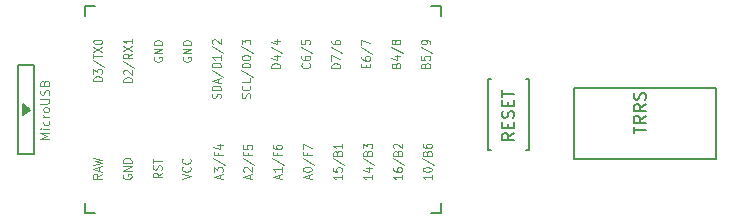
<source format=gbr>
%TF.GenerationSoftware,KiCad,Pcbnew,7.0.1-0*%
%TF.CreationDate,2023-08-16T18:45:31+09:00*%
%TF.ProjectId,jisaku20_right,6a697361-6b75-4323-905f-72696768742e,rev?*%
%TF.SameCoordinates,Original*%
%TF.FileFunction,Legend,Top*%
%TF.FilePolarity,Positive*%
%FSLAX46Y46*%
G04 Gerber Fmt 4.6, Leading zero omitted, Abs format (unit mm)*
G04 Created by KiCad (PCBNEW 7.0.1-0) date 2023-08-16 18:45:31*
%MOMM*%
%LPD*%
G01*
G04 APERTURE LIST*
%ADD10C,0.125000*%
%ADD11C,0.120000*%
%ADD12C,0.150000*%
G04 APERTURE END LIST*
D10*
%TO.C,U1*%
X20800678Y23485924D02*
X20764964Y23422114D01*
X20764964Y23422114D02*
X20764964Y23326400D01*
X20764964Y23326400D02*
X20800678Y23230686D01*
X20800678Y23230686D02*
X20872107Y23166876D01*
X20872107Y23166876D02*
X20943535Y23134971D01*
X20943535Y23134971D02*
X21086392Y23103067D01*
X21086392Y23103067D02*
X21193535Y23103067D01*
X21193535Y23103067D02*
X21336392Y23134971D01*
X21336392Y23134971D02*
X21407821Y23166876D01*
X21407821Y23166876D02*
X21479250Y23230686D01*
X21479250Y23230686D02*
X21514964Y23326400D01*
X21514964Y23326400D02*
X21514964Y23390209D01*
X21514964Y23390209D02*
X21479250Y23485924D01*
X21479250Y23485924D02*
X21443535Y23517828D01*
X21443535Y23517828D02*
X21193535Y23517828D01*
X21193535Y23517828D02*
X21193535Y23390209D01*
X21514964Y23804971D02*
X20764964Y23804971D01*
X20764964Y23804971D02*
X21514964Y24187828D01*
X21514964Y24187828D02*
X20764964Y24187828D01*
X21514964Y24506876D02*
X20764964Y24506876D01*
X20764964Y24506876D02*
X20764964Y24666400D01*
X20764964Y24666400D02*
X20800678Y24762114D01*
X20800678Y24762114D02*
X20872107Y24825924D01*
X20872107Y24825924D02*
X20943535Y24857829D01*
X20943535Y24857829D02*
X21086392Y24889733D01*
X21086392Y24889733D02*
X21193535Y24889733D01*
X21193535Y24889733D02*
X21336392Y24857829D01*
X21336392Y24857829D02*
X21407821Y24825924D01*
X21407821Y24825924D02*
X21479250Y24762114D01*
X21479250Y24762114D02*
X21514964Y24666400D01*
X21514964Y24666400D02*
X21514964Y24506876D01*
X26479250Y20023781D02*
X26514964Y20119495D01*
X26514964Y20119495D02*
X26514964Y20279019D01*
X26514964Y20279019D02*
X26479250Y20342828D01*
X26479250Y20342828D02*
X26443535Y20374733D01*
X26443535Y20374733D02*
X26372107Y20406638D01*
X26372107Y20406638D02*
X26300678Y20406638D01*
X26300678Y20406638D02*
X26229250Y20374733D01*
X26229250Y20374733D02*
X26193535Y20342828D01*
X26193535Y20342828D02*
X26157821Y20279019D01*
X26157821Y20279019D02*
X26122107Y20151400D01*
X26122107Y20151400D02*
X26086392Y20087590D01*
X26086392Y20087590D02*
X26050678Y20055685D01*
X26050678Y20055685D02*
X25979250Y20023781D01*
X25979250Y20023781D02*
X25907821Y20023781D01*
X25907821Y20023781D02*
X25836392Y20055685D01*
X25836392Y20055685D02*
X25800678Y20087590D01*
X25800678Y20087590D02*
X25764964Y20151400D01*
X25764964Y20151400D02*
X25764964Y20310923D01*
X25764964Y20310923D02*
X25800678Y20406638D01*
X26443535Y21076637D02*
X26479250Y21044733D01*
X26479250Y21044733D02*
X26514964Y20949018D01*
X26514964Y20949018D02*
X26514964Y20885209D01*
X26514964Y20885209D02*
X26479250Y20789495D01*
X26479250Y20789495D02*
X26407821Y20725685D01*
X26407821Y20725685D02*
X26336392Y20693780D01*
X26336392Y20693780D02*
X26193535Y20661876D01*
X26193535Y20661876D02*
X26086392Y20661876D01*
X26086392Y20661876D02*
X25943535Y20693780D01*
X25943535Y20693780D02*
X25872107Y20725685D01*
X25872107Y20725685D02*
X25800678Y20789495D01*
X25800678Y20789495D02*
X25764964Y20885209D01*
X25764964Y20885209D02*
X25764964Y20949018D01*
X25764964Y20949018D02*
X25800678Y21044733D01*
X25800678Y21044733D02*
X25836392Y21076637D01*
X26514964Y21682828D02*
X26514964Y21363780D01*
X26514964Y21363780D02*
X25764964Y21363780D01*
X25729250Y22384733D02*
X26693535Y21810447D01*
X26514964Y22608066D02*
X25764964Y22608066D01*
X25764964Y22608066D02*
X25764964Y22767590D01*
X25764964Y22767590D02*
X25800678Y22863304D01*
X25800678Y22863304D02*
X25872107Y22927114D01*
X25872107Y22927114D02*
X25943535Y22959019D01*
X25943535Y22959019D02*
X26086392Y22990923D01*
X26086392Y22990923D02*
X26193535Y22990923D01*
X26193535Y22990923D02*
X26336392Y22959019D01*
X26336392Y22959019D02*
X26407821Y22927114D01*
X26407821Y22927114D02*
X26479250Y22863304D01*
X26479250Y22863304D02*
X26514964Y22767590D01*
X26514964Y22767590D02*
X26514964Y22608066D01*
X25764964Y23405685D02*
X25764964Y23469495D01*
X25764964Y23469495D02*
X25800678Y23533304D01*
X25800678Y23533304D02*
X25836392Y23565209D01*
X25836392Y23565209D02*
X25907821Y23597114D01*
X25907821Y23597114D02*
X26050678Y23629019D01*
X26050678Y23629019D02*
X26229250Y23629019D01*
X26229250Y23629019D02*
X26372107Y23597114D01*
X26372107Y23597114D02*
X26443535Y23565209D01*
X26443535Y23565209D02*
X26479250Y23533304D01*
X26479250Y23533304D02*
X26514964Y23469495D01*
X26514964Y23469495D02*
X26514964Y23405685D01*
X26514964Y23405685D02*
X26479250Y23341876D01*
X26479250Y23341876D02*
X26443535Y23309971D01*
X26443535Y23309971D02*
X26372107Y23278066D01*
X26372107Y23278066D02*
X26229250Y23246162D01*
X26229250Y23246162D02*
X26050678Y23246162D01*
X26050678Y23246162D02*
X25907821Y23278066D01*
X25907821Y23278066D02*
X25836392Y23309971D01*
X25836392Y23309971D02*
X25800678Y23341876D01*
X25800678Y23341876D02*
X25764964Y23405685D01*
X25729250Y24394733D02*
X26693535Y23820447D01*
X25764964Y24554257D02*
X25764964Y24969019D01*
X25764964Y24969019D02*
X26050678Y24745685D01*
X26050678Y24745685D02*
X26050678Y24841400D01*
X26050678Y24841400D02*
X26086392Y24905209D01*
X26086392Y24905209D02*
X26122107Y24937114D01*
X26122107Y24937114D02*
X26193535Y24969019D01*
X26193535Y24969019D02*
X26372107Y24969019D01*
X26372107Y24969019D02*
X26443535Y24937114D01*
X26443535Y24937114D02*
X26479250Y24905209D01*
X26479250Y24905209D02*
X26514964Y24841400D01*
X26514964Y24841400D02*
X26514964Y24649971D01*
X26514964Y24649971D02*
X26479250Y24586162D01*
X26479250Y24586162D02*
X26443535Y24554257D01*
X41322107Y22805210D02*
X41357821Y22900924D01*
X41357821Y22900924D02*
X41393535Y22932829D01*
X41393535Y22932829D02*
X41464964Y22964733D01*
X41464964Y22964733D02*
X41572107Y22964733D01*
X41572107Y22964733D02*
X41643535Y22932829D01*
X41643535Y22932829D02*
X41679250Y22900924D01*
X41679250Y22900924D02*
X41714964Y22837114D01*
X41714964Y22837114D02*
X41714964Y22581876D01*
X41714964Y22581876D02*
X40964964Y22581876D01*
X40964964Y22581876D02*
X40964964Y22805210D01*
X40964964Y22805210D02*
X41000678Y22869019D01*
X41000678Y22869019D02*
X41036392Y22900924D01*
X41036392Y22900924D02*
X41107821Y22932829D01*
X41107821Y22932829D02*
X41179250Y22932829D01*
X41179250Y22932829D02*
X41250678Y22900924D01*
X41250678Y22900924D02*
X41286392Y22869019D01*
X41286392Y22869019D02*
X41322107Y22805210D01*
X41322107Y22805210D02*
X41322107Y22581876D01*
X40964964Y23570924D02*
X40964964Y23251876D01*
X40964964Y23251876D02*
X41322107Y23219972D01*
X41322107Y23219972D02*
X41286392Y23251876D01*
X41286392Y23251876D02*
X41250678Y23315686D01*
X41250678Y23315686D02*
X41250678Y23475210D01*
X41250678Y23475210D02*
X41286392Y23539019D01*
X41286392Y23539019D02*
X41322107Y23570924D01*
X41322107Y23570924D02*
X41393535Y23602829D01*
X41393535Y23602829D02*
X41572107Y23602829D01*
X41572107Y23602829D02*
X41643535Y23570924D01*
X41643535Y23570924D02*
X41679250Y23539019D01*
X41679250Y23539019D02*
X41714964Y23475210D01*
X41714964Y23475210D02*
X41714964Y23315686D01*
X41714964Y23315686D02*
X41679250Y23251876D01*
X41679250Y23251876D02*
X41643535Y23219972D01*
X40929250Y24368543D02*
X41893535Y23794257D01*
X41714964Y24623781D02*
X41714964Y24751400D01*
X41714964Y24751400D02*
X41679250Y24815210D01*
X41679250Y24815210D02*
X41643535Y24847114D01*
X41643535Y24847114D02*
X41536392Y24910924D01*
X41536392Y24910924D02*
X41393535Y24942829D01*
X41393535Y24942829D02*
X41107821Y24942829D01*
X41107821Y24942829D02*
X41036392Y24910924D01*
X41036392Y24910924D02*
X41000678Y24879019D01*
X41000678Y24879019D02*
X40964964Y24815210D01*
X40964964Y24815210D02*
X40964964Y24687591D01*
X40964964Y24687591D02*
X41000678Y24623781D01*
X41000678Y24623781D02*
X41036392Y24591876D01*
X41036392Y24591876D02*
X41107821Y24559972D01*
X41107821Y24559972D02*
X41286392Y24559972D01*
X41286392Y24559972D02*
X41357821Y24591876D01*
X41357821Y24591876D02*
X41393535Y24623781D01*
X41393535Y24623781D02*
X41429250Y24687591D01*
X41429250Y24687591D02*
X41429250Y24815210D01*
X41429250Y24815210D02*
X41393535Y24879019D01*
X41393535Y24879019D02*
X41357821Y24910924D01*
X41357821Y24910924D02*
X41286392Y24942829D01*
X23950678Y13210686D02*
X23950678Y13529733D01*
X24164964Y13146876D02*
X23414964Y13370209D01*
X23414964Y13370209D02*
X24164964Y13593543D01*
X23414964Y13753067D02*
X23414964Y14167829D01*
X23414964Y14167829D02*
X23700678Y13944495D01*
X23700678Y13944495D02*
X23700678Y14040210D01*
X23700678Y14040210D02*
X23736392Y14104019D01*
X23736392Y14104019D02*
X23772107Y14135924D01*
X23772107Y14135924D02*
X23843535Y14167829D01*
X23843535Y14167829D02*
X24022107Y14167829D01*
X24022107Y14167829D02*
X24093535Y14135924D01*
X24093535Y14135924D02*
X24129250Y14104019D01*
X24129250Y14104019D02*
X24164964Y14040210D01*
X24164964Y14040210D02*
X24164964Y13848781D01*
X24164964Y13848781D02*
X24129250Y13784972D01*
X24129250Y13784972D02*
X24093535Y13753067D01*
X23379250Y14933543D02*
X24343535Y14359257D01*
X23772107Y15380210D02*
X23772107Y15156876D01*
X24164964Y15156876D02*
X23414964Y15156876D01*
X23414964Y15156876D02*
X23414964Y15475924D01*
X23664964Y16018305D02*
X24164964Y16018305D01*
X23379250Y15858781D02*
X23914964Y15699258D01*
X23914964Y15699258D02*
X23914964Y16114019D01*
X16514964Y21377828D02*
X15764964Y21377828D01*
X15764964Y21377828D02*
X15764964Y21537352D01*
X15764964Y21537352D02*
X15800678Y21633066D01*
X15800678Y21633066D02*
X15872107Y21696876D01*
X15872107Y21696876D02*
X15943535Y21728781D01*
X15943535Y21728781D02*
X16086392Y21760685D01*
X16086392Y21760685D02*
X16193535Y21760685D01*
X16193535Y21760685D02*
X16336392Y21728781D01*
X16336392Y21728781D02*
X16407821Y21696876D01*
X16407821Y21696876D02*
X16479250Y21633066D01*
X16479250Y21633066D02*
X16514964Y21537352D01*
X16514964Y21537352D02*
X16514964Y21377828D01*
X15836392Y22015924D02*
X15800678Y22047828D01*
X15800678Y22047828D02*
X15764964Y22111638D01*
X15764964Y22111638D02*
X15764964Y22271162D01*
X15764964Y22271162D02*
X15800678Y22334971D01*
X15800678Y22334971D02*
X15836392Y22366876D01*
X15836392Y22366876D02*
X15907821Y22398781D01*
X15907821Y22398781D02*
X15979250Y22398781D01*
X15979250Y22398781D02*
X16086392Y22366876D01*
X16086392Y22366876D02*
X16514964Y21984019D01*
X16514964Y21984019D02*
X16514964Y22398781D01*
X15729250Y23164495D02*
X16693535Y22590209D01*
X16514964Y23770685D02*
X16157821Y23547352D01*
X16514964Y23387828D02*
X15764964Y23387828D01*
X15764964Y23387828D02*
X15764964Y23643066D01*
X15764964Y23643066D02*
X15800678Y23706876D01*
X15800678Y23706876D02*
X15836392Y23738781D01*
X15836392Y23738781D02*
X15907821Y23770685D01*
X15907821Y23770685D02*
X16014964Y23770685D01*
X16014964Y23770685D02*
X16086392Y23738781D01*
X16086392Y23738781D02*
X16122107Y23706876D01*
X16122107Y23706876D02*
X16157821Y23643066D01*
X16157821Y23643066D02*
X16157821Y23387828D01*
X15764964Y23994019D02*
X16514964Y24440685D01*
X15764964Y24440685D02*
X16514964Y23994019D01*
X16514964Y25046876D02*
X16514964Y24664019D01*
X16514964Y24855447D02*
X15764964Y24855447D01*
X15764964Y24855447D02*
X15872107Y24791638D01*
X15872107Y24791638D02*
X15943535Y24727828D01*
X15943535Y24727828D02*
X15979250Y24664019D01*
D11*
X9464964Y16544971D02*
X8714964Y16544971D01*
X8714964Y16544971D02*
X9250678Y16794971D01*
X9250678Y16794971D02*
X8714964Y17044971D01*
X8714964Y17044971D02*
X9464964Y17044971D01*
X9464964Y17402114D02*
X8964964Y17402114D01*
X8714964Y17402114D02*
X8750678Y17366400D01*
X8750678Y17366400D02*
X8786392Y17402114D01*
X8786392Y17402114D02*
X8750678Y17437828D01*
X8750678Y17437828D02*
X8714964Y17402114D01*
X8714964Y17402114D02*
X8786392Y17402114D01*
X9429250Y18080686D02*
X9464964Y18009257D01*
X9464964Y18009257D02*
X9464964Y17866400D01*
X9464964Y17866400D02*
X9429250Y17794971D01*
X9429250Y17794971D02*
X9393535Y17759257D01*
X9393535Y17759257D02*
X9322107Y17723543D01*
X9322107Y17723543D02*
X9107821Y17723543D01*
X9107821Y17723543D02*
X9036392Y17759257D01*
X9036392Y17759257D02*
X9000678Y17794971D01*
X9000678Y17794971D02*
X8964964Y17866400D01*
X8964964Y17866400D02*
X8964964Y18009257D01*
X8964964Y18009257D02*
X9000678Y18080686D01*
X9464964Y18402114D02*
X8964964Y18402114D01*
X9107821Y18402114D02*
X9036392Y18437828D01*
X9036392Y18437828D02*
X9000678Y18473543D01*
X9000678Y18473543D02*
X8964964Y18544971D01*
X8964964Y18544971D02*
X8964964Y18616400D01*
X9464964Y18973543D02*
X9429250Y18902114D01*
X9429250Y18902114D02*
X9393535Y18866400D01*
X9393535Y18866400D02*
X9322107Y18830686D01*
X9322107Y18830686D02*
X9107821Y18830686D01*
X9107821Y18830686D02*
X9036392Y18866400D01*
X9036392Y18866400D02*
X9000678Y18902114D01*
X9000678Y18902114D02*
X8964964Y18973543D01*
X8964964Y18973543D02*
X8964964Y19080686D01*
X8964964Y19080686D02*
X9000678Y19152114D01*
X9000678Y19152114D02*
X9036392Y19187829D01*
X9036392Y19187829D02*
X9107821Y19223543D01*
X9107821Y19223543D02*
X9322107Y19223543D01*
X9322107Y19223543D02*
X9393535Y19187829D01*
X9393535Y19187829D02*
X9429250Y19152114D01*
X9429250Y19152114D02*
X9464964Y19080686D01*
X9464964Y19080686D02*
X9464964Y18973543D01*
X8714964Y19544971D02*
X9322107Y19544971D01*
X9322107Y19544971D02*
X9393535Y19580685D01*
X9393535Y19580685D02*
X9429250Y19616400D01*
X9429250Y19616400D02*
X9464964Y19687828D01*
X9464964Y19687828D02*
X9464964Y19830685D01*
X9464964Y19830685D02*
X9429250Y19902114D01*
X9429250Y19902114D02*
X9393535Y19937828D01*
X9393535Y19937828D02*
X9322107Y19973542D01*
X9322107Y19973542D02*
X8714964Y19973542D01*
X9429250Y20294971D02*
X9464964Y20402114D01*
X9464964Y20402114D02*
X9464964Y20580685D01*
X9464964Y20580685D02*
X9429250Y20652114D01*
X9429250Y20652114D02*
X9393535Y20687828D01*
X9393535Y20687828D02*
X9322107Y20723542D01*
X9322107Y20723542D02*
X9250678Y20723542D01*
X9250678Y20723542D02*
X9179250Y20687828D01*
X9179250Y20687828D02*
X9143535Y20652114D01*
X9143535Y20652114D02*
X9107821Y20580685D01*
X9107821Y20580685D02*
X9072107Y20437828D01*
X9072107Y20437828D02*
X9036392Y20366399D01*
X9036392Y20366399D02*
X9000678Y20330685D01*
X9000678Y20330685D02*
X8929250Y20294971D01*
X8929250Y20294971D02*
X8857821Y20294971D01*
X8857821Y20294971D02*
X8786392Y20330685D01*
X8786392Y20330685D02*
X8750678Y20366399D01*
X8750678Y20366399D02*
X8714964Y20437828D01*
X8714964Y20437828D02*
X8714964Y20616399D01*
X8714964Y20616399D02*
X8750678Y20723542D01*
X9072107Y21294971D02*
X9107821Y21402114D01*
X9107821Y21402114D02*
X9143535Y21437828D01*
X9143535Y21437828D02*
X9214964Y21473542D01*
X9214964Y21473542D02*
X9322107Y21473542D01*
X9322107Y21473542D02*
X9393535Y21437828D01*
X9393535Y21437828D02*
X9429250Y21402114D01*
X9429250Y21402114D02*
X9464964Y21330685D01*
X9464964Y21330685D02*
X9464964Y21044971D01*
X9464964Y21044971D02*
X8714964Y21044971D01*
X8714964Y21044971D02*
X8714964Y21294971D01*
X8714964Y21294971D02*
X8750678Y21366400D01*
X8750678Y21366400D02*
X8786392Y21402114D01*
X8786392Y21402114D02*
X8857821Y21437828D01*
X8857821Y21437828D02*
X8929250Y21437828D01*
X8929250Y21437828D02*
X9000678Y21402114D01*
X9000678Y21402114D02*
X9036392Y21366400D01*
X9036392Y21366400D02*
X9072107Y21294971D01*
X9072107Y21294971D02*
X9072107Y21044971D01*
D10*
X13964964Y21457590D02*
X13214964Y21457590D01*
X13214964Y21457590D02*
X13214964Y21617114D01*
X13214964Y21617114D02*
X13250678Y21712828D01*
X13250678Y21712828D02*
X13322107Y21776638D01*
X13322107Y21776638D02*
X13393535Y21808543D01*
X13393535Y21808543D02*
X13536392Y21840447D01*
X13536392Y21840447D02*
X13643535Y21840447D01*
X13643535Y21840447D02*
X13786392Y21808543D01*
X13786392Y21808543D02*
X13857821Y21776638D01*
X13857821Y21776638D02*
X13929250Y21712828D01*
X13929250Y21712828D02*
X13964964Y21617114D01*
X13964964Y21617114D02*
X13964964Y21457590D01*
X13214964Y22063781D02*
X13214964Y22478543D01*
X13214964Y22478543D02*
X13500678Y22255209D01*
X13500678Y22255209D02*
X13500678Y22350924D01*
X13500678Y22350924D02*
X13536392Y22414733D01*
X13536392Y22414733D02*
X13572107Y22446638D01*
X13572107Y22446638D02*
X13643535Y22478543D01*
X13643535Y22478543D02*
X13822107Y22478543D01*
X13822107Y22478543D02*
X13893535Y22446638D01*
X13893535Y22446638D02*
X13929250Y22414733D01*
X13929250Y22414733D02*
X13964964Y22350924D01*
X13964964Y22350924D02*
X13964964Y22159495D01*
X13964964Y22159495D02*
X13929250Y22095686D01*
X13929250Y22095686D02*
X13893535Y22063781D01*
X13179250Y23244257D02*
X14143535Y22669971D01*
X13214964Y23371876D02*
X13214964Y23754733D01*
X13964964Y23563305D02*
X13214964Y23563305D01*
X13214964Y23914257D02*
X13964964Y24360923D01*
X13214964Y24360923D02*
X13964964Y23914257D01*
X13214964Y24743780D02*
X13214964Y24807590D01*
X13214964Y24807590D02*
X13250678Y24871399D01*
X13250678Y24871399D02*
X13286392Y24903304D01*
X13286392Y24903304D02*
X13357821Y24935209D01*
X13357821Y24935209D02*
X13500678Y24967114D01*
X13500678Y24967114D02*
X13679250Y24967114D01*
X13679250Y24967114D02*
X13822107Y24935209D01*
X13822107Y24935209D02*
X13893535Y24903304D01*
X13893535Y24903304D02*
X13929250Y24871399D01*
X13929250Y24871399D02*
X13964964Y24807590D01*
X13964964Y24807590D02*
X13964964Y24743780D01*
X13964964Y24743780D02*
X13929250Y24679971D01*
X13929250Y24679971D02*
X13893535Y24648066D01*
X13893535Y24648066D02*
X13822107Y24616161D01*
X13822107Y24616161D02*
X13679250Y24584257D01*
X13679250Y24584257D02*
X13500678Y24584257D01*
X13500678Y24584257D02*
X13357821Y24616161D01*
X13357821Y24616161D02*
X13286392Y24648066D01*
X13286392Y24648066D02*
X13250678Y24679971D01*
X13250678Y24679971D02*
X13214964Y24743780D01*
X19014964Y13679495D02*
X18657821Y13456162D01*
X19014964Y13296638D02*
X18264964Y13296638D01*
X18264964Y13296638D02*
X18264964Y13551876D01*
X18264964Y13551876D02*
X18300678Y13615686D01*
X18300678Y13615686D02*
X18336392Y13647591D01*
X18336392Y13647591D02*
X18407821Y13679495D01*
X18407821Y13679495D02*
X18514964Y13679495D01*
X18514964Y13679495D02*
X18586392Y13647591D01*
X18586392Y13647591D02*
X18622107Y13615686D01*
X18622107Y13615686D02*
X18657821Y13551876D01*
X18657821Y13551876D02*
X18657821Y13296638D01*
X18979250Y13934734D02*
X19014964Y14030448D01*
X19014964Y14030448D02*
X19014964Y14189972D01*
X19014964Y14189972D02*
X18979250Y14253781D01*
X18979250Y14253781D02*
X18943535Y14285686D01*
X18943535Y14285686D02*
X18872107Y14317591D01*
X18872107Y14317591D02*
X18800678Y14317591D01*
X18800678Y14317591D02*
X18729250Y14285686D01*
X18729250Y14285686D02*
X18693535Y14253781D01*
X18693535Y14253781D02*
X18657821Y14189972D01*
X18657821Y14189972D02*
X18622107Y14062353D01*
X18622107Y14062353D02*
X18586392Y13998543D01*
X18586392Y13998543D02*
X18550678Y13966638D01*
X18550678Y13966638D02*
X18479250Y13934734D01*
X18479250Y13934734D02*
X18407821Y13934734D01*
X18407821Y13934734D02*
X18336392Y13966638D01*
X18336392Y13966638D02*
X18300678Y13998543D01*
X18300678Y13998543D02*
X18264964Y14062353D01*
X18264964Y14062353D02*
X18264964Y14221876D01*
X18264964Y14221876D02*
X18300678Y14317591D01*
X18264964Y14509019D02*
X18264964Y14891876D01*
X19014964Y14700448D02*
X18264964Y14700448D01*
X41864964Y13513781D02*
X41864964Y13130924D01*
X41864964Y13322352D02*
X41114964Y13322352D01*
X41114964Y13322352D02*
X41222107Y13258543D01*
X41222107Y13258543D02*
X41293535Y13194733D01*
X41293535Y13194733D02*
X41329250Y13130924D01*
X41114964Y13928542D02*
X41114964Y13992352D01*
X41114964Y13992352D02*
X41150678Y14056161D01*
X41150678Y14056161D02*
X41186392Y14088066D01*
X41186392Y14088066D02*
X41257821Y14119971D01*
X41257821Y14119971D02*
X41400678Y14151876D01*
X41400678Y14151876D02*
X41579250Y14151876D01*
X41579250Y14151876D02*
X41722107Y14119971D01*
X41722107Y14119971D02*
X41793535Y14088066D01*
X41793535Y14088066D02*
X41829250Y14056161D01*
X41829250Y14056161D02*
X41864964Y13992352D01*
X41864964Y13992352D02*
X41864964Y13928542D01*
X41864964Y13928542D02*
X41829250Y13864733D01*
X41829250Y13864733D02*
X41793535Y13832828D01*
X41793535Y13832828D02*
X41722107Y13800923D01*
X41722107Y13800923D02*
X41579250Y13769019D01*
X41579250Y13769019D02*
X41400678Y13769019D01*
X41400678Y13769019D02*
X41257821Y13800923D01*
X41257821Y13800923D02*
X41186392Y13832828D01*
X41186392Y13832828D02*
X41150678Y13864733D01*
X41150678Y13864733D02*
X41114964Y13928542D01*
X41079250Y14917590D02*
X42043535Y14343304D01*
X41472107Y15364257D02*
X41507821Y15459971D01*
X41507821Y15459971D02*
X41543535Y15491876D01*
X41543535Y15491876D02*
X41614964Y15523780D01*
X41614964Y15523780D02*
X41722107Y15523780D01*
X41722107Y15523780D02*
X41793535Y15491876D01*
X41793535Y15491876D02*
X41829250Y15459971D01*
X41829250Y15459971D02*
X41864964Y15396161D01*
X41864964Y15396161D02*
X41864964Y15140923D01*
X41864964Y15140923D02*
X41114964Y15140923D01*
X41114964Y15140923D02*
X41114964Y15364257D01*
X41114964Y15364257D02*
X41150678Y15428066D01*
X41150678Y15428066D02*
X41186392Y15459971D01*
X41186392Y15459971D02*
X41257821Y15491876D01*
X41257821Y15491876D02*
X41329250Y15491876D01*
X41329250Y15491876D02*
X41400678Y15459971D01*
X41400678Y15459971D02*
X41436392Y15428066D01*
X41436392Y15428066D02*
X41472107Y15364257D01*
X41472107Y15364257D02*
X41472107Y15140923D01*
X41114964Y16098066D02*
X41114964Y15970447D01*
X41114964Y15970447D02*
X41150678Y15906638D01*
X41150678Y15906638D02*
X41186392Y15874733D01*
X41186392Y15874733D02*
X41293535Y15810923D01*
X41293535Y15810923D02*
X41436392Y15779019D01*
X41436392Y15779019D02*
X41722107Y15779019D01*
X41722107Y15779019D02*
X41793535Y15810923D01*
X41793535Y15810923D02*
X41829250Y15842828D01*
X41829250Y15842828D02*
X41864964Y15906638D01*
X41864964Y15906638D02*
X41864964Y16034257D01*
X41864964Y16034257D02*
X41829250Y16098066D01*
X41829250Y16098066D02*
X41793535Y16129971D01*
X41793535Y16129971D02*
X41722107Y16161876D01*
X41722107Y16161876D02*
X41543535Y16161876D01*
X41543535Y16161876D02*
X41472107Y16129971D01*
X41472107Y16129971D02*
X41436392Y16098066D01*
X41436392Y16098066D02*
X41400678Y16034257D01*
X41400678Y16034257D02*
X41400678Y15906638D01*
X41400678Y15906638D02*
X41436392Y15842828D01*
X41436392Y15842828D02*
X41472107Y15810923D01*
X41472107Y15810923D02*
X41543535Y15779019D01*
X13914964Y13583780D02*
X13557821Y13360447D01*
X13914964Y13200923D02*
X13164964Y13200923D01*
X13164964Y13200923D02*
X13164964Y13456161D01*
X13164964Y13456161D02*
X13200678Y13519971D01*
X13200678Y13519971D02*
X13236392Y13551876D01*
X13236392Y13551876D02*
X13307821Y13583780D01*
X13307821Y13583780D02*
X13414964Y13583780D01*
X13414964Y13583780D02*
X13486392Y13551876D01*
X13486392Y13551876D02*
X13522107Y13519971D01*
X13522107Y13519971D02*
X13557821Y13456161D01*
X13557821Y13456161D02*
X13557821Y13200923D01*
X13700678Y13839019D02*
X13700678Y14158066D01*
X13914964Y13775209D02*
X13164964Y13998542D01*
X13164964Y13998542D02*
X13914964Y14221876D01*
X13164964Y14381400D02*
X13914964Y14540924D01*
X13914964Y14540924D02*
X13379250Y14668543D01*
X13379250Y14668543D02*
X13914964Y14796162D01*
X13914964Y14796162D02*
X13164964Y14955686D01*
X34114964Y22581876D02*
X33364964Y22581876D01*
X33364964Y22581876D02*
X33364964Y22741400D01*
X33364964Y22741400D02*
X33400678Y22837114D01*
X33400678Y22837114D02*
X33472107Y22900924D01*
X33472107Y22900924D02*
X33543535Y22932829D01*
X33543535Y22932829D02*
X33686392Y22964733D01*
X33686392Y22964733D02*
X33793535Y22964733D01*
X33793535Y22964733D02*
X33936392Y22932829D01*
X33936392Y22932829D02*
X34007821Y22900924D01*
X34007821Y22900924D02*
X34079250Y22837114D01*
X34079250Y22837114D02*
X34114964Y22741400D01*
X34114964Y22741400D02*
X34114964Y22581876D01*
X33364964Y23188067D02*
X33364964Y23634733D01*
X33364964Y23634733D02*
X34114964Y23347591D01*
X33329250Y24368543D02*
X34293535Y23794257D01*
X33364964Y24879019D02*
X33364964Y24751400D01*
X33364964Y24751400D02*
X33400678Y24687591D01*
X33400678Y24687591D02*
X33436392Y24655686D01*
X33436392Y24655686D02*
X33543535Y24591876D01*
X33543535Y24591876D02*
X33686392Y24559972D01*
X33686392Y24559972D02*
X33972107Y24559972D01*
X33972107Y24559972D02*
X34043535Y24591876D01*
X34043535Y24591876D02*
X34079250Y24623781D01*
X34079250Y24623781D02*
X34114964Y24687591D01*
X34114964Y24687591D02*
X34114964Y24815210D01*
X34114964Y24815210D02*
X34079250Y24879019D01*
X34079250Y24879019D02*
X34043535Y24910924D01*
X34043535Y24910924D02*
X33972107Y24942829D01*
X33972107Y24942829D02*
X33793535Y24942829D01*
X33793535Y24942829D02*
X33722107Y24910924D01*
X33722107Y24910924D02*
X33686392Y24879019D01*
X33686392Y24879019D02*
X33650678Y24815210D01*
X33650678Y24815210D02*
X33650678Y24687591D01*
X33650678Y24687591D02*
X33686392Y24623781D01*
X33686392Y24623781D02*
X33722107Y24591876D01*
X33722107Y24591876D02*
X33793535Y24559972D01*
X20714964Y13153066D02*
X21464964Y13376399D01*
X21464964Y13376399D02*
X20714964Y13599733D01*
X21393535Y14205923D02*
X21429250Y14174019D01*
X21429250Y14174019D02*
X21464964Y14078304D01*
X21464964Y14078304D02*
X21464964Y14014495D01*
X21464964Y14014495D02*
X21429250Y13918781D01*
X21429250Y13918781D02*
X21357821Y13854971D01*
X21357821Y13854971D02*
X21286392Y13823066D01*
X21286392Y13823066D02*
X21143535Y13791162D01*
X21143535Y13791162D02*
X21036392Y13791162D01*
X21036392Y13791162D02*
X20893535Y13823066D01*
X20893535Y13823066D02*
X20822107Y13854971D01*
X20822107Y13854971D02*
X20750678Y13918781D01*
X20750678Y13918781D02*
X20714964Y14014495D01*
X20714964Y14014495D02*
X20714964Y14078304D01*
X20714964Y14078304D02*
X20750678Y14174019D01*
X20750678Y14174019D02*
X20786392Y14205923D01*
X21393535Y14875923D02*
X21429250Y14844019D01*
X21429250Y14844019D02*
X21464964Y14748304D01*
X21464964Y14748304D02*
X21464964Y14684495D01*
X21464964Y14684495D02*
X21429250Y14588781D01*
X21429250Y14588781D02*
X21357821Y14524971D01*
X21357821Y14524971D02*
X21286392Y14493066D01*
X21286392Y14493066D02*
X21143535Y14461162D01*
X21143535Y14461162D02*
X21036392Y14461162D01*
X21036392Y14461162D02*
X20893535Y14493066D01*
X20893535Y14493066D02*
X20822107Y14524971D01*
X20822107Y14524971D02*
X20750678Y14588781D01*
X20750678Y14588781D02*
X20714964Y14684495D01*
X20714964Y14684495D02*
X20714964Y14748304D01*
X20714964Y14748304D02*
X20750678Y14844019D01*
X20750678Y14844019D02*
X20786392Y14875923D01*
X31500678Y13210686D02*
X31500678Y13529733D01*
X31714964Y13146876D02*
X30964964Y13370209D01*
X30964964Y13370209D02*
X31714964Y13593543D01*
X30964964Y13944495D02*
X30964964Y14008305D01*
X30964964Y14008305D02*
X31000678Y14072114D01*
X31000678Y14072114D02*
X31036392Y14104019D01*
X31036392Y14104019D02*
X31107821Y14135924D01*
X31107821Y14135924D02*
X31250678Y14167829D01*
X31250678Y14167829D02*
X31429250Y14167829D01*
X31429250Y14167829D02*
X31572107Y14135924D01*
X31572107Y14135924D02*
X31643535Y14104019D01*
X31643535Y14104019D02*
X31679250Y14072114D01*
X31679250Y14072114D02*
X31714964Y14008305D01*
X31714964Y14008305D02*
X31714964Y13944495D01*
X31714964Y13944495D02*
X31679250Y13880686D01*
X31679250Y13880686D02*
X31643535Y13848781D01*
X31643535Y13848781D02*
X31572107Y13816876D01*
X31572107Y13816876D02*
X31429250Y13784972D01*
X31429250Y13784972D02*
X31250678Y13784972D01*
X31250678Y13784972D02*
X31107821Y13816876D01*
X31107821Y13816876D02*
X31036392Y13848781D01*
X31036392Y13848781D02*
X31000678Y13880686D01*
X31000678Y13880686D02*
X30964964Y13944495D01*
X30929250Y14933543D02*
X31893535Y14359257D01*
X31322107Y15380210D02*
X31322107Y15156876D01*
X31714964Y15156876D02*
X30964964Y15156876D01*
X30964964Y15156876D02*
X30964964Y15475924D01*
X30964964Y15667353D02*
X30964964Y16114019D01*
X30964964Y16114019D02*
X31714964Y15826877D01*
X36272107Y22613781D02*
X36272107Y22837115D01*
X36664964Y22932829D02*
X36664964Y22613781D01*
X36664964Y22613781D02*
X35914964Y22613781D01*
X35914964Y22613781D02*
X35914964Y22932829D01*
X35914964Y23507114D02*
X35914964Y23379495D01*
X35914964Y23379495D02*
X35950678Y23315686D01*
X35950678Y23315686D02*
X35986392Y23283781D01*
X35986392Y23283781D02*
X36093535Y23219971D01*
X36093535Y23219971D02*
X36236392Y23188067D01*
X36236392Y23188067D02*
X36522107Y23188067D01*
X36522107Y23188067D02*
X36593535Y23219971D01*
X36593535Y23219971D02*
X36629250Y23251876D01*
X36629250Y23251876D02*
X36664964Y23315686D01*
X36664964Y23315686D02*
X36664964Y23443305D01*
X36664964Y23443305D02*
X36629250Y23507114D01*
X36629250Y23507114D02*
X36593535Y23539019D01*
X36593535Y23539019D02*
X36522107Y23570924D01*
X36522107Y23570924D02*
X36343535Y23570924D01*
X36343535Y23570924D02*
X36272107Y23539019D01*
X36272107Y23539019D02*
X36236392Y23507114D01*
X36236392Y23507114D02*
X36200678Y23443305D01*
X36200678Y23443305D02*
X36200678Y23315686D01*
X36200678Y23315686D02*
X36236392Y23251876D01*
X36236392Y23251876D02*
X36272107Y23219971D01*
X36272107Y23219971D02*
X36343535Y23188067D01*
X35879250Y24336638D02*
X36843535Y23762352D01*
X35914964Y24496162D02*
X35914964Y24942828D01*
X35914964Y24942828D02*
X36664964Y24655686D01*
X31493535Y22964733D02*
X31529250Y22932829D01*
X31529250Y22932829D02*
X31564964Y22837114D01*
X31564964Y22837114D02*
X31564964Y22773305D01*
X31564964Y22773305D02*
X31529250Y22677591D01*
X31529250Y22677591D02*
X31457821Y22613781D01*
X31457821Y22613781D02*
X31386392Y22581876D01*
X31386392Y22581876D02*
X31243535Y22549972D01*
X31243535Y22549972D02*
X31136392Y22549972D01*
X31136392Y22549972D02*
X30993535Y22581876D01*
X30993535Y22581876D02*
X30922107Y22613781D01*
X30922107Y22613781D02*
X30850678Y22677591D01*
X30850678Y22677591D02*
X30814964Y22773305D01*
X30814964Y22773305D02*
X30814964Y22837114D01*
X30814964Y22837114D02*
X30850678Y22932829D01*
X30850678Y22932829D02*
X30886392Y22964733D01*
X30814964Y23539019D02*
X30814964Y23411400D01*
X30814964Y23411400D02*
X30850678Y23347591D01*
X30850678Y23347591D02*
X30886392Y23315686D01*
X30886392Y23315686D02*
X30993535Y23251876D01*
X30993535Y23251876D02*
X31136392Y23219972D01*
X31136392Y23219972D02*
X31422107Y23219972D01*
X31422107Y23219972D02*
X31493535Y23251876D01*
X31493535Y23251876D02*
X31529250Y23283781D01*
X31529250Y23283781D02*
X31564964Y23347591D01*
X31564964Y23347591D02*
X31564964Y23475210D01*
X31564964Y23475210D02*
X31529250Y23539019D01*
X31529250Y23539019D02*
X31493535Y23570924D01*
X31493535Y23570924D02*
X31422107Y23602829D01*
X31422107Y23602829D02*
X31243535Y23602829D01*
X31243535Y23602829D02*
X31172107Y23570924D01*
X31172107Y23570924D02*
X31136392Y23539019D01*
X31136392Y23539019D02*
X31100678Y23475210D01*
X31100678Y23475210D02*
X31100678Y23347591D01*
X31100678Y23347591D02*
X31136392Y23283781D01*
X31136392Y23283781D02*
X31172107Y23251876D01*
X31172107Y23251876D02*
X31243535Y23219972D01*
X30779250Y24368543D02*
X31743535Y23794257D01*
X30814964Y24910924D02*
X30814964Y24591876D01*
X30814964Y24591876D02*
X31172107Y24559972D01*
X31172107Y24559972D02*
X31136392Y24591876D01*
X31136392Y24591876D02*
X31100678Y24655686D01*
X31100678Y24655686D02*
X31100678Y24815210D01*
X31100678Y24815210D02*
X31136392Y24879019D01*
X31136392Y24879019D02*
X31172107Y24910924D01*
X31172107Y24910924D02*
X31243535Y24942829D01*
X31243535Y24942829D02*
X31422107Y24942829D01*
X31422107Y24942829D02*
X31493535Y24910924D01*
X31493535Y24910924D02*
X31529250Y24879019D01*
X31529250Y24879019D02*
X31564964Y24815210D01*
X31564964Y24815210D02*
X31564964Y24655686D01*
X31564964Y24655686D02*
X31529250Y24591876D01*
X31529250Y24591876D02*
X31493535Y24559972D01*
D11*
X9464964Y16544971D02*
X8714964Y16544971D01*
X8714964Y16544971D02*
X9250678Y16794971D01*
X9250678Y16794971D02*
X8714964Y17044971D01*
X8714964Y17044971D02*
X9464964Y17044971D01*
X9464964Y17402114D02*
X8964964Y17402114D01*
X8714964Y17402114D02*
X8750678Y17366400D01*
X8750678Y17366400D02*
X8786392Y17402114D01*
X8786392Y17402114D02*
X8750678Y17437828D01*
X8750678Y17437828D02*
X8714964Y17402114D01*
X8714964Y17402114D02*
X8786392Y17402114D01*
X9429250Y18080686D02*
X9464964Y18009257D01*
X9464964Y18009257D02*
X9464964Y17866400D01*
X9464964Y17866400D02*
X9429250Y17794971D01*
X9429250Y17794971D02*
X9393535Y17759257D01*
X9393535Y17759257D02*
X9322107Y17723543D01*
X9322107Y17723543D02*
X9107821Y17723543D01*
X9107821Y17723543D02*
X9036392Y17759257D01*
X9036392Y17759257D02*
X9000678Y17794971D01*
X9000678Y17794971D02*
X8964964Y17866400D01*
X8964964Y17866400D02*
X8964964Y18009257D01*
X8964964Y18009257D02*
X9000678Y18080686D01*
X9464964Y18402114D02*
X8964964Y18402114D01*
X9107821Y18402114D02*
X9036392Y18437828D01*
X9036392Y18437828D02*
X9000678Y18473543D01*
X9000678Y18473543D02*
X8964964Y18544971D01*
X8964964Y18544971D02*
X8964964Y18616400D01*
X9464964Y18973543D02*
X9429250Y18902114D01*
X9429250Y18902114D02*
X9393535Y18866400D01*
X9393535Y18866400D02*
X9322107Y18830686D01*
X9322107Y18830686D02*
X9107821Y18830686D01*
X9107821Y18830686D02*
X9036392Y18866400D01*
X9036392Y18866400D02*
X9000678Y18902114D01*
X9000678Y18902114D02*
X8964964Y18973543D01*
X8964964Y18973543D02*
X8964964Y19080686D01*
X8964964Y19080686D02*
X9000678Y19152114D01*
X9000678Y19152114D02*
X9036392Y19187829D01*
X9036392Y19187829D02*
X9107821Y19223543D01*
X9107821Y19223543D02*
X9322107Y19223543D01*
X9322107Y19223543D02*
X9393535Y19187829D01*
X9393535Y19187829D02*
X9429250Y19152114D01*
X9429250Y19152114D02*
X9464964Y19080686D01*
X9464964Y19080686D02*
X9464964Y18973543D01*
X8714964Y19544971D02*
X9322107Y19544971D01*
X9322107Y19544971D02*
X9393535Y19580685D01*
X9393535Y19580685D02*
X9429250Y19616400D01*
X9429250Y19616400D02*
X9464964Y19687828D01*
X9464964Y19687828D02*
X9464964Y19830685D01*
X9464964Y19830685D02*
X9429250Y19902114D01*
X9429250Y19902114D02*
X9393535Y19937828D01*
X9393535Y19937828D02*
X9322107Y19973542D01*
X9322107Y19973542D02*
X8714964Y19973542D01*
X9429250Y20294971D02*
X9464964Y20402114D01*
X9464964Y20402114D02*
X9464964Y20580685D01*
X9464964Y20580685D02*
X9429250Y20652114D01*
X9429250Y20652114D02*
X9393535Y20687828D01*
X9393535Y20687828D02*
X9322107Y20723542D01*
X9322107Y20723542D02*
X9250678Y20723542D01*
X9250678Y20723542D02*
X9179250Y20687828D01*
X9179250Y20687828D02*
X9143535Y20652114D01*
X9143535Y20652114D02*
X9107821Y20580685D01*
X9107821Y20580685D02*
X9072107Y20437828D01*
X9072107Y20437828D02*
X9036392Y20366399D01*
X9036392Y20366399D02*
X9000678Y20330685D01*
X9000678Y20330685D02*
X8929250Y20294971D01*
X8929250Y20294971D02*
X8857821Y20294971D01*
X8857821Y20294971D02*
X8786392Y20330685D01*
X8786392Y20330685D02*
X8750678Y20366399D01*
X8750678Y20366399D02*
X8714964Y20437828D01*
X8714964Y20437828D02*
X8714964Y20616399D01*
X8714964Y20616399D02*
X8750678Y20723542D01*
X9072107Y21294971D02*
X9107821Y21402114D01*
X9107821Y21402114D02*
X9143535Y21437828D01*
X9143535Y21437828D02*
X9214964Y21473542D01*
X9214964Y21473542D02*
X9322107Y21473542D01*
X9322107Y21473542D02*
X9393535Y21437828D01*
X9393535Y21437828D02*
X9429250Y21402114D01*
X9429250Y21402114D02*
X9464964Y21330685D01*
X9464964Y21330685D02*
X9464964Y21044971D01*
X9464964Y21044971D02*
X8714964Y21044971D01*
X8714964Y21044971D02*
X8714964Y21294971D01*
X8714964Y21294971D02*
X8750678Y21366400D01*
X8750678Y21366400D02*
X8786392Y21402114D01*
X8786392Y21402114D02*
X8857821Y21437828D01*
X8857821Y21437828D02*
X8929250Y21437828D01*
X8929250Y21437828D02*
X9000678Y21402114D01*
X9000678Y21402114D02*
X9036392Y21366400D01*
X9036392Y21366400D02*
X9072107Y21294971D01*
X9072107Y21294971D02*
X9072107Y21044971D01*
D10*
X18350678Y23485924D02*
X18314964Y23422114D01*
X18314964Y23422114D02*
X18314964Y23326400D01*
X18314964Y23326400D02*
X18350678Y23230686D01*
X18350678Y23230686D02*
X18422107Y23166876D01*
X18422107Y23166876D02*
X18493535Y23134971D01*
X18493535Y23134971D02*
X18636392Y23103067D01*
X18636392Y23103067D02*
X18743535Y23103067D01*
X18743535Y23103067D02*
X18886392Y23134971D01*
X18886392Y23134971D02*
X18957821Y23166876D01*
X18957821Y23166876D02*
X19029250Y23230686D01*
X19029250Y23230686D02*
X19064964Y23326400D01*
X19064964Y23326400D02*
X19064964Y23390209D01*
X19064964Y23390209D02*
X19029250Y23485924D01*
X19029250Y23485924D02*
X18993535Y23517828D01*
X18993535Y23517828D02*
X18743535Y23517828D01*
X18743535Y23517828D02*
X18743535Y23390209D01*
X19064964Y23804971D02*
X18314964Y23804971D01*
X18314964Y23804971D02*
X19064964Y24187828D01*
X19064964Y24187828D02*
X18314964Y24187828D01*
X19064964Y24506876D02*
X18314964Y24506876D01*
X18314964Y24506876D02*
X18314964Y24666400D01*
X18314964Y24666400D02*
X18350678Y24762114D01*
X18350678Y24762114D02*
X18422107Y24825924D01*
X18422107Y24825924D02*
X18493535Y24857829D01*
X18493535Y24857829D02*
X18636392Y24889733D01*
X18636392Y24889733D02*
X18743535Y24889733D01*
X18743535Y24889733D02*
X18886392Y24857829D01*
X18886392Y24857829D02*
X18957821Y24825924D01*
X18957821Y24825924D02*
X19029250Y24762114D01*
X19029250Y24762114D02*
X19064964Y24666400D01*
X19064964Y24666400D02*
X19064964Y24506876D01*
X23979250Y20007829D02*
X24014964Y20103543D01*
X24014964Y20103543D02*
X24014964Y20263067D01*
X24014964Y20263067D02*
X23979250Y20326876D01*
X23979250Y20326876D02*
X23943535Y20358781D01*
X23943535Y20358781D02*
X23872107Y20390686D01*
X23872107Y20390686D02*
X23800678Y20390686D01*
X23800678Y20390686D02*
X23729250Y20358781D01*
X23729250Y20358781D02*
X23693535Y20326876D01*
X23693535Y20326876D02*
X23657821Y20263067D01*
X23657821Y20263067D02*
X23622107Y20135448D01*
X23622107Y20135448D02*
X23586392Y20071638D01*
X23586392Y20071638D02*
X23550678Y20039733D01*
X23550678Y20039733D02*
X23479250Y20007829D01*
X23479250Y20007829D02*
X23407821Y20007829D01*
X23407821Y20007829D02*
X23336392Y20039733D01*
X23336392Y20039733D02*
X23300678Y20071638D01*
X23300678Y20071638D02*
X23264964Y20135448D01*
X23264964Y20135448D02*
X23264964Y20294971D01*
X23264964Y20294971D02*
X23300678Y20390686D01*
X24014964Y20677828D02*
X23264964Y20677828D01*
X23264964Y20677828D02*
X23264964Y20837352D01*
X23264964Y20837352D02*
X23300678Y20933066D01*
X23300678Y20933066D02*
X23372107Y20996876D01*
X23372107Y20996876D02*
X23443535Y21028781D01*
X23443535Y21028781D02*
X23586392Y21060685D01*
X23586392Y21060685D02*
X23693535Y21060685D01*
X23693535Y21060685D02*
X23836392Y21028781D01*
X23836392Y21028781D02*
X23907821Y20996876D01*
X23907821Y20996876D02*
X23979250Y20933066D01*
X23979250Y20933066D02*
X24014964Y20837352D01*
X24014964Y20837352D02*
X24014964Y20677828D01*
X23800678Y21315924D02*
X23800678Y21634971D01*
X24014964Y21252114D02*
X23264964Y21475447D01*
X23264964Y21475447D02*
X24014964Y21698781D01*
X23229250Y22400686D02*
X24193535Y21826400D01*
X24014964Y22624019D02*
X23264964Y22624019D01*
X23264964Y22624019D02*
X23264964Y22783543D01*
X23264964Y22783543D02*
X23300678Y22879257D01*
X23300678Y22879257D02*
X23372107Y22943067D01*
X23372107Y22943067D02*
X23443535Y22974972D01*
X23443535Y22974972D02*
X23586392Y23006876D01*
X23586392Y23006876D02*
X23693535Y23006876D01*
X23693535Y23006876D02*
X23836392Y22974972D01*
X23836392Y22974972D02*
X23907821Y22943067D01*
X23907821Y22943067D02*
X23979250Y22879257D01*
X23979250Y22879257D02*
X24014964Y22783543D01*
X24014964Y22783543D02*
X24014964Y22624019D01*
X24014964Y23644972D02*
X24014964Y23262115D01*
X24014964Y23453543D02*
X23264964Y23453543D01*
X23264964Y23453543D02*
X23372107Y23389734D01*
X23372107Y23389734D02*
X23443535Y23325924D01*
X23443535Y23325924D02*
X23479250Y23262115D01*
X23229250Y24410686D02*
X24193535Y23836400D01*
X23336392Y24602115D02*
X23300678Y24634019D01*
X23300678Y24634019D02*
X23264964Y24697829D01*
X23264964Y24697829D02*
X23264964Y24857353D01*
X23264964Y24857353D02*
X23300678Y24921162D01*
X23300678Y24921162D02*
X23336392Y24953067D01*
X23336392Y24953067D02*
X23407821Y24984972D01*
X23407821Y24984972D02*
X23479250Y24984972D01*
X23479250Y24984972D02*
X23586392Y24953067D01*
X23586392Y24953067D02*
X24014964Y24570210D01*
X24014964Y24570210D02*
X24014964Y24984972D01*
X15750678Y13535924D02*
X15714964Y13472114D01*
X15714964Y13472114D02*
X15714964Y13376400D01*
X15714964Y13376400D02*
X15750678Y13280686D01*
X15750678Y13280686D02*
X15822107Y13216876D01*
X15822107Y13216876D02*
X15893535Y13184971D01*
X15893535Y13184971D02*
X16036392Y13153067D01*
X16036392Y13153067D02*
X16143535Y13153067D01*
X16143535Y13153067D02*
X16286392Y13184971D01*
X16286392Y13184971D02*
X16357821Y13216876D01*
X16357821Y13216876D02*
X16429250Y13280686D01*
X16429250Y13280686D02*
X16464964Y13376400D01*
X16464964Y13376400D02*
X16464964Y13440209D01*
X16464964Y13440209D02*
X16429250Y13535924D01*
X16429250Y13535924D02*
X16393535Y13567828D01*
X16393535Y13567828D02*
X16143535Y13567828D01*
X16143535Y13567828D02*
X16143535Y13440209D01*
X16464964Y13854971D02*
X15714964Y13854971D01*
X15714964Y13854971D02*
X16464964Y14237828D01*
X16464964Y14237828D02*
X15714964Y14237828D01*
X16464964Y14556876D02*
X15714964Y14556876D01*
X15714964Y14556876D02*
X15714964Y14716400D01*
X15714964Y14716400D02*
X15750678Y14812114D01*
X15750678Y14812114D02*
X15822107Y14875924D01*
X15822107Y14875924D02*
X15893535Y14907829D01*
X15893535Y14907829D02*
X16036392Y14939733D01*
X16036392Y14939733D02*
X16143535Y14939733D01*
X16143535Y14939733D02*
X16286392Y14907829D01*
X16286392Y14907829D02*
X16357821Y14875924D01*
X16357821Y14875924D02*
X16429250Y14812114D01*
X16429250Y14812114D02*
X16464964Y14716400D01*
X16464964Y14716400D02*
X16464964Y14556876D01*
X26450678Y13210686D02*
X26450678Y13529733D01*
X26664964Y13146876D02*
X25914964Y13370209D01*
X25914964Y13370209D02*
X26664964Y13593543D01*
X25986392Y13784972D02*
X25950678Y13816876D01*
X25950678Y13816876D02*
X25914964Y13880686D01*
X25914964Y13880686D02*
X25914964Y14040210D01*
X25914964Y14040210D02*
X25950678Y14104019D01*
X25950678Y14104019D02*
X25986392Y14135924D01*
X25986392Y14135924D02*
X26057821Y14167829D01*
X26057821Y14167829D02*
X26129250Y14167829D01*
X26129250Y14167829D02*
X26236392Y14135924D01*
X26236392Y14135924D02*
X26664964Y13753067D01*
X26664964Y13753067D02*
X26664964Y14167829D01*
X25879250Y14933543D02*
X26843535Y14359257D01*
X26272107Y15380210D02*
X26272107Y15156876D01*
X26664964Y15156876D02*
X25914964Y15156876D01*
X25914964Y15156876D02*
X25914964Y15475924D01*
X25914964Y16050210D02*
X25914964Y15731162D01*
X25914964Y15731162D02*
X26272107Y15699258D01*
X26272107Y15699258D02*
X26236392Y15731162D01*
X26236392Y15731162D02*
X26200678Y15794972D01*
X26200678Y15794972D02*
X26200678Y15954496D01*
X26200678Y15954496D02*
X26236392Y16018305D01*
X26236392Y16018305D02*
X26272107Y16050210D01*
X26272107Y16050210D02*
X26343535Y16082115D01*
X26343535Y16082115D02*
X26522107Y16082115D01*
X26522107Y16082115D02*
X26593535Y16050210D01*
X26593535Y16050210D02*
X26629250Y16018305D01*
X26629250Y16018305D02*
X26664964Y15954496D01*
X26664964Y15954496D02*
X26664964Y15794972D01*
X26664964Y15794972D02*
X26629250Y15731162D01*
X26629250Y15731162D02*
X26593535Y15699258D01*
X29014964Y22581876D02*
X28264964Y22581876D01*
X28264964Y22581876D02*
X28264964Y22741400D01*
X28264964Y22741400D02*
X28300678Y22837114D01*
X28300678Y22837114D02*
X28372107Y22900924D01*
X28372107Y22900924D02*
X28443535Y22932829D01*
X28443535Y22932829D02*
X28586392Y22964733D01*
X28586392Y22964733D02*
X28693535Y22964733D01*
X28693535Y22964733D02*
X28836392Y22932829D01*
X28836392Y22932829D02*
X28907821Y22900924D01*
X28907821Y22900924D02*
X28979250Y22837114D01*
X28979250Y22837114D02*
X29014964Y22741400D01*
X29014964Y22741400D02*
X29014964Y22581876D01*
X28514964Y23539019D02*
X29014964Y23539019D01*
X28229250Y23379495D02*
X28764964Y23219972D01*
X28764964Y23219972D02*
X28764964Y23634733D01*
X28229250Y24368543D02*
X29193535Y23794257D01*
X28514964Y24879019D02*
X29014964Y24879019D01*
X28229250Y24719495D02*
X28764964Y24559972D01*
X28764964Y24559972D02*
X28764964Y24974733D01*
X34264964Y13513781D02*
X34264964Y13130924D01*
X34264964Y13322352D02*
X33514964Y13322352D01*
X33514964Y13322352D02*
X33622107Y13258543D01*
X33622107Y13258543D02*
X33693535Y13194733D01*
X33693535Y13194733D02*
X33729250Y13130924D01*
X33514964Y14119971D02*
X33514964Y13800923D01*
X33514964Y13800923D02*
X33872107Y13769019D01*
X33872107Y13769019D02*
X33836392Y13800923D01*
X33836392Y13800923D02*
X33800678Y13864733D01*
X33800678Y13864733D02*
X33800678Y14024257D01*
X33800678Y14024257D02*
X33836392Y14088066D01*
X33836392Y14088066D02*
X33872107Y14119971D01*
X33872107Y14119971D02*
X33943535Y14151876D01*
X33943535Y14151876D02*
X34122107Y14151876D01*
X34122107Y14151876D02*
X34193535Y14119971D01*
X34193535Y14119971D02*
X34229250Y14088066D01*
X34229250Y14088066D02*
X34264964Y14024257D01*
X34264964Y14024257D02*
X34264964Y13864733D01*
X34264964Y13864733D02*
X34229250Y13800923D01*
X34229250Y13800923D02*
X34193535Y13769019D01*
X33479250Y14917590D02*
X34443535Y14343304D01*
X33872107Y15364257D02*
X33907821Y15459971D01*
X33907821Y15459971D02*
X33943535Y15491876D01*
X33943535Y15491876D02*
X34014964Y15523780D01*
X34014964Y15523780D02*
X34122107Y15523780D01*
X34122107Y15523780D02*
X34193535Y15491876D01*
X34193535Y15491876D02*
X34229250Y15459971D01*
X34229250Y15459971D02*
X34264964Y15396161D01*
X34264964Y15396161D02*
X34264964Y15140923D01*
X34264964Y15140923D02*
X33514964Y15140923D01*
X33514964Y15140923D02*
X33514964Y15364257D01*
X33514964Y15364257D02*
X33550678Y15428066D01*
X33550678Y15428066D02*
X33586392Y15459971D01*
X33586392Y15459971D02*
X33657821Y15491876D01*
X33657821Y15491876D02*
X33729250Y15491876D01*
X33729250Y15491876D02*
X33800678Y15459971D01*
X33800678Y15459971D02*
X33836392Y15428066D01*
X33836392Y15428066D02*
X33872107Y15364257D01*
X33872107Y15364257D02*
X33872107Y15140923D01*
X34264964Y16161876D02*
X34264964Y15779019D01*
X34264964Y15970447D02*
X33514964Y15970447D01*
X33514964Y15970447D02*
X33622107Y15906638D01*
X33622107Y15906638D02*
X33693535Y15842828D01*
X33693535Y15842828D02*
X33729250Y15779019D01*
X28950678Y13210686D02*
X28950678Y13529733D01*
X29164964Y13146876D02*
X28414964Y13370209D01*
X28414964Y13370209D02*
X29164964Y13593543D01*
X29164964Y14167829D02*
X29164964Y13784972D01*
X29164964Y13976400D02*
X28414964Y13976400D01*
X28414964Y13976400D02*
X28522107Y13912591D01*
X28522107Y13912591D02*
X28593535Y13848781D01*
X28593535Y13848781D02*
X28629250Y13784972D01*
X28379250Y14933543D02*
X29343535Y14359257D01*
X28772107Y15380210D02*
X28772107Y15156876D01*
X29164964Y15156876D02*
X28414964Y15156876D01*
X28414964Y15156876D02*
X28414964Y15475924D01*
X28414964Y16018305D02*
X28414964Y15890686D01*
X28414964Y15890686D02*
X28450678Y15826877D01*
X28450678Y15826877D02*
X28486392Y15794972D01*
X28486392Y15794972D02*
X28593535Y15731162D01*
X28593535Y15731162D02*
X28736392Y15699258D01*
X28736392Y15699258D02*
X29022107Y15699258D01*
X29022107Y15699258D02*
X29093535Y15731162D01*
X29093535Y15731162D02*
X29129250Y15763067D01*
X29129250Y15763067D02*
X29164964Y15826877D01*
X29164964Y15826877D02*
X29164964Y15954496D01*
X29164964Y15954496D02*
X29129250Y16018305D01*
X29129250Y16018305D02*
X29093535Y16050210D01*
X29093535Y16050210D02*
X29022107Y16082115D01*
X29022107Y16082115D02*
X28843535Y16082115D01*
X28843535Y16082115D02*
X28772107Y16050210D01*
X28772107Y16050210D02*
X28736392Y16018305D01*
X28736392Y16018305D02*
X28700678Y15954496D01*
X28700678Y15954496D02*
X28700678Y15826877D01*
X28700678Y15826877D02*
X28736392Y15763067D01*
X28736392Y15763067D02*
X28772107Y15731162D01*
X28772107Y15731162D02*
X28843535Y15699258D01*
X36814964Y13513781D02*
X36814964Y13130924D01*
X36814964Y13322352D02*
X36064964Y13322352D01*
X36064964Y13322352D02*
X36172107Y13258543D01*
X36172107Y13258543D02*
X36243535Y13194733D01*
X36243535Y13194733D02*
X36279250Y13130924D01*
X36314964Y14088066D02*
X36814964Y14088066D01*
X36029250Y13928542D02*
X36564964Y13769019D01*
X36564964Y13769019D02*
X36564964Y14183780D01*
X36029250Y14917590D02*
X36993535Y14343304D01*
X36422107Y15364257D02*
X36457821Y15459971D01*
X36457821Y15459971D02*
X36493535Y15491876D01*
X36493535Y15491876D02*
X36564964Y15523780D01*
X36564964Y15523780D02*
X36672107Y15523780D01*
X36672107Y15523780D02*
X36743535Y15491876D01*
X36743535Y15491876D02*
X36779250Y15459971D01*
X36779250Y15459971D02*
X36814964Y15396161D01*
X36814964Y15396161D02*
X36814964Y15140923D01*
X36814964Y15140923D02*
X36064964Y15140923D01*
X36064964Y15140923D02*
X36064964Y15364257D01*
X36064964Y15364257D02*
X36100678Y15428066D01*
X36100678Y15428066D02*
X36136392Y15459971D01*
X36136392Y15459971D02*
X36207821Y15491876D01*
X36207821Y15491876D02*
X36279250Y15491876D01*
X36279250Y15491876D02*
X36350678Y15459971D01*
X36350678Y15459971D02*
X36386392Y15428066D01*
X36386392Y15428066D02*
X36422107Y15364257D01*
X36422107Y15364257D02*
X36422107Y15140923D01*
X36064964Y15747114D02*
X36064964Y16161876D01*
X36064964Y16161876D02*
X36350678Y15938542D01*
X36350678Y15938542D02*
X36350678Y16034257D01*
X36350678Y16034257D02*
X36386392Y16098066D01*
X36386392Y16098066D02*
X36422107Y16129971D01*
X36422107Y16129971D02*
X36493535Y16161876D01*
X36493535Y16161876D02*
X36672107Y16161876D01*
X36672107Y16161876D02*
X36743535Y16129971D01*
X36743535Y16129971D02*
X36779250Y16098066D01*
X36779250Y16098066D02*
X36814964Y16034257D01*
X36814964Y16034257D02*
X36814964Y15842828D01*
X36814964Y15842828D02*
X36779250Y15779019D01*
X36779250Y15779019D02*
X36743535Y15747114D01*
X38822107Y22805210D02*
X38857821Y22900924D01*
X38857821Y22900924D02*
X38893535Y22932829D01*
X38893535Y22932829D02*
X38964964Y22964733D01*
X38964964Y22964733D02*
X39072107Y22964733D01*
X39072107Y22964733D02*
X39143535Y22932829D01*
X39143535Y22932829D02*
X39179250Y22900924D01*
X39179250Y22900924D02*
X39214964Y22837114D01*
X39214964Y22837114D02*
X39214964Y22581876D01*
X39214964Y22581876D02*
X38464964Y22581876D01*
X38464964Y22581876D02*
X38464964Y22805210D01*
X38464964Y22805210D02*
X38500678Y22869019D01*
X38500678Y22869019D02*
X38536392Y22900924D01*
X38536392Y22900924D02*
X38607821Y22932829D01*
X38607821Y22932829D02*
X38679250Y22932829D01*
X38679250Y22932829D02*
X38750678Y22900924D01*
X38750678Y22900924D02*
X38786392Y22869019D01*
X38786392Y22869019D02*
X38822107Y22805210D01*
X38822107Y22805210D02*
X38822107Y22581876D01*
X38714964Y23539019D02*
X39214964Y23539019D01*
X38429250Y23379495D02*
X38964964Y23219972D01*
X38964964Y23219972D02*
X38964964Y23634733D01*
X38429250Y24368543D02*
X39393535Y23794257D01*
X38786392Y24687591D02*
X38750678Y24623781D01*
X38750678Y24623781D02*
X38714964Y24591876D01*
X38714964Y24591876D02*
X38643535Y24559972D01*
X38643535Y24559972D02*
X38607821Y24559972D01*
X38607821Y24559972D02*
X38536392Y24591876D01*
X38536392Y24591876D02*
X38500678Y24623781D01*
X38500678Y24623781D02*
X38464964Y24687591D01*
X38464964Y24687591D02*
X38464964Y24815210D01*
X38464964Y24815210D02*
X38500678Y24879019D01*
X38500678Y24879019D02*
X38536392Y24910924D01*
X38536392Y24910924D02*
X38607821Y24942829D01*
X38607821Y24942829D02*
X38643535Y24942829D01*
X38643535Y24942829D02*
X38714964Y24910924D01*
X38714964Y24910924D02*
X38750678Y24879019D01*
X38750678Y24879019D02*
X38786392Y24815210D01*
X38786392Y24815210D02*
X38786392Y24687591D01*
X38786392Y24687591D02*
X38822107Y24623781D01*
X38822107Y24623781D02*
X38857821Y24591876D01*
X38857821Y24591876D02*
X38929250Y24559972D01*
X38929250Y24559972D02*
X39072107Y24559972D01*
X39072107Y24559972D02*
X39143535Y24591876D01*
X39143535Y24591876D02*
X39179250Y24623781D01*
X39179250Y24623781D02*
X39214964Y24687591D01*
X39214964Y24687591D02*
X39214964Y24815210D01*
X39214964Y24815210D02*
X39179250Y24879019D01*
X39179250Y24879019D02*
X39143535Y24910924D01*
X39143535Y24910924D02*
X39072107Y24942829D01*
X39072107Y24942829D02*
X38929250Y24942829D01*
X38929250Y24942829D02*
X38857821Y24910924D01*
X38857821Y24910924D02*
X38822107Y24879019D01*
X38822107Y24879019D02*
X38786392Y24815210D01*
X39364964Y13513781D02*
X39364964Y13130924D01*
X39364964Y13322352D02*
X38614964Y13322352D01*
X38614964Y13322352D02*
X38722107Y13258543D01*
X38722107Y13258543D02*
X38793535Y13194733D01*
X38793535Y13194733D02*
X38829250Y13130924D01*
X38614964Y14088066D02*
X38614964Y13960447D01*
X38614964Y13960447D02*
X38650678Y13896638D01*
X38650678Y13896638D02*
X38686392Y13864733D01*
X38686392Y13864733D02*
X38793535Y13800923D01*
X38793535Y13800923D02*
X38936392Y13769019D01*
X38936392Y13769019D02*
X39222107Y13769019D01*
X39222107Y13769019D02*
X39293535Y13800923D01*
X39293535Y13800923D02*
X39329250Y13832828D01*
X39329250Y13832828D02*
X39364964Y13896638D01*
X39364964Y13896638D02*
X39364964Y14024257D01*
X39364964Y14024257D02*
X39329250Y14088066D01*
X39329250Y14088066D02*
X39293535Y14119971D01*
X39293535Y14119971D02*
X39222107Y14151876D01*
X39222107Y14151876D02*
X39043535Y14151876D01*
X39043535Y14151876D02*
X38972107Y14119971D01*
X38972107Y14119971D02*
X38936392Y14088066D01*
X38936392Y14088066D02*
X38900678Y14024257D01*
X38900678Y14024257D02*
X38900678Y13896638D01*
X38900678Y13896638D02*
X38936392Y13832828D01*
X38936392Y13832828D02*
X38972107Y13800923D01*
X38972107Y13800923D02*
X39043535Y13769019D01*
X38579250Y14917590D02*
X39543535Y14343304D01*
X38972107Y15364257D02*
X39007821Y15459971D01*
X39007821Y15459971D02*
X39043535Y15491876D01*
X39043535Y15491876D02*
X39114964Y15523780D01*
X39114964Y15523780D02*
X39222107Y15523780D01*
X39222107Y15523780D02*
X39293535Y15491876D01*
X39293535Y15491876D02*
X39329250Y15459971D01*
X39329250Y15459971D02*
X39364964Y15396161D01*
X39364964Y15396161D02*
X39364964Y15140923D01*
X39364964Y15140923D02*
X38614964Y15140923D01*
X38614964Y15140923D02*
X38614964Y15364257D01*
X38614964Y15364257D02*
X38650678Y15428066D01*
X38650678Y15428066D02*
X38686392Y15459971D01*
X38686392Y15459971D02*
X38757821Y15491876D01*
X38757821Y15491876D02*
X38829250Y15491876D01*
X38829250Y15491876D02*
X38900678Y15459971D01*
X38900678Y15459971D02*
X38936392Y15428066D01*
X38936392Y15428066D02*
X38972107Y15364257D01*
X38972107Y15364257D02*
X38972107Y15140923D01*
X38686392Y15779019D02*
X38650678Y15810923D01*
X38650678Y15810923D02*
X38614964Y15874733D01*
X38614964Y15874733D02*
X38614964Y16034257D01*
X38614964Y16034257D02*
X38650678Y16098066D01*
X38650678Y16098066D02*
X38686392Y16129971D01*
X38686392Y16129971D02*
X38757821Y16161876D01*
X38757821Y16161876D02*
X38829250Y16161876D01*
X38829250Y16161876D02*
X38936392Y16129971D01*
X38936392Y16129971D02*
X39364964Y15747114D01*
X39364964Y15747114D02*
X39364964Y16161876D01*
D12*
%TO.C,J1*%
X58979119Y17032595D02*
X58979119Y17604023D01*
X59979119Y17318309D02*
X58979119Y17318309D01*
X59979119Y18508785D02*
X59502928Y18175452D01*
X59979119Y17937357D02*
X58979119Y17937357D01*
X58979119Y17937357D02*
X58979119Y18318309D01*
X58979119Y18318309D02*
X59026738Y18413547D01*
X59026738Y18413547D02*
X59074357Y18461166D01*
X59074357Y18461166D02*
X59169595Y18508785D01*
X59169595Y18508785D02*
X59312452Y18508785D01*
X59312452Y18508785D02*
X59407690Y18461166D01*
X59407690Y18461166D02*
X59455309Y18413547D01*
X59455309Y18413547D02*
X59502928Y18318309D01*
X59502928Y18318309D02*
X59502928Y17937357D01*
X59979119Y19508785D02*
X59502928Y19175452D01*
X59979119Y18937357D02*
X58979119Y18937357D01*
X58979119Y18937357D02*
X58979119Y19318309D01*
X58979119Y19318309D02*
X59026738Y19413547D01*
X59026738Y19413547D02*
X59074357Y19461166D01*
X59074357Y19461166D02*
X59169595Y19508785D01*
X59169595Y19508785D02*
X59312452Y19508785D01*
X59312452Y19508785D02*
X59407690Y19461166D01*
X59407690Y19461166D02*
X59455309Y19413547D01*
X59455309Y19413547D02*
X59502928Y19318309D01*
X59502928Y19318309D02*
X59502928Y18937357D01*
X59931500Y19889738D02*
X59979119Y20032595D01*
X59979119Y20032595D02*
X59979119Y20270690D01*
X59979119Y20270690D02*
X59931500Y20365928D01*
X59931500Y20365928D02*
X59883880Y20413547D01*
X59883880Y20413547D02*
X59788642Y20461166D01*
X59788642Y20461166D02*
X59693404Y20461166D01*
X59693404Y20461166D02*
X59598166Y20413547D01*
X59598166Y20413547D02*
X59550547Y20365928D01*
X59550547Y20365928D02*
X59502928Y20270690D01*
X59502928Y20270690D02*
X59455309Y20080214D01*
X59455309Y20080214D02*
X59407690Y19984976D01*
X59407690Y19984976D02*
X59360071Y19937357D01*
X59360071Y19937357D02*
X59264833Y19889738D01*
X59264833Y19889738D02*
X59169595Y19889738D01*
X59169595Y19889738D02*
X59074357Y19937357D01*
X59074357Y19937357D02*
X59026738Y19984976D01*
X59026738Y19984976D02*
X58979119Y20080214D01*
X58979119Y20080214D02*
X58979119Y20318309D01*
X58979119Y20318309D02*
X59026738Y20461166D01*
%TO.C,SW21*%
X48822619Y17050618D02*
X48346428Y16717285D01*
X48822619Y16479190D02*
X47822619Y16479190D01*
X47822619Y16479190D02*
X47822619Y16860142D01*
X47822619Y16860142D02*
X47870238Y16955380D01*
X47870238Y16955380D02*
X47917857Y17002999D01*
X47917857Y17002999D02*
X48013095Y17050618D01*
X48013095Y17050618D02*
X48155952Y17050618D01*
X48155952Y17050618D02*
X48251190Y17002999D01*
X48251190Y17002999D02*
X48298809Y16955380D01*
X48298809Y16955380D02*
X48346428Y16860142D01*
X48346428Y16860142D02*
X48346428Y16479190D01*
X48298809Y17479190D02*
X48298809Y17812523D01*
X48822619Y17955380D02*
X48822619Y17479190D01*
X48822619Y17479190D02*
X47822619Y17479190D01*
X47822619Y17479190D02*
X47822619Y17955380D01*
X48775000Y18336333D02*
X48822619Y18479190D01*
X48822619Y18479190D02*
X48822619Y18717285D01*
X48822619Y18717285D02*
X48775000Y18812523D01*
X48775000Y18812523D02*
X48727380Y18860142D01*
X48727380Y18860142D02*
X48632142Y18907761D01*
X48632142Y18907761D02*
X48536904Y18907761D01*
X48536904Y18907761D02*
X48441666Y18860142D01*
X48441666Y18860142D02*
X48394047Y18812523D01*
X48394047Y18812523D02*
X48346428Y18717285D01*
X48346428Y18717285D02*
X48298809Y18526809D01*
X48298809Y18526809D02*
X48251190Y18431571D01*
X48251190Y18431571D02*
X48203571Y18383952D01*
X48203571Y18383952D02*
X48108333Y18336333D01*
X48108333Y18336333D02*
X48013095Y18336333D01*
X48013095Y18336333D02*
X47917857Y18383952D01*
X47917857Y18383952D02*
X47870238Y18431571D01*
X47870238Y18431571D02*
X47822619Y18526809D01*
X47822619Y18526809D02*
X47822619Y18764904D01*
X47822619Y18764904D02*
X47870238Y18907761D01*
X48298809Y19336333D02*
X48298809Y19669666D01*
X48822619Y19812523D02*
X48822619Y19336333D01*
X48822619Y19336333D02*
X47822619Y19336333D01*
X47822619Y19336333D02*
X47822619Y19812523D01*
X47822619Y20098238D02*
X47822619Y20669666D01*
X48822619Y20383952D02*
X47822619Y20383952D01*
%TO.C,U1*%
X12468000Y10291400D02*
X13318000Y10291400D01*
X12468000Y10291400D02*
X12468000Y11141400D01*
X41768000Y10291400D02*
X42668000Y10291400D01*
X42668000Y10291400D02*
X42668000Y11141400D01*
X6868000Y15291400D02*
X8168000Y15291400D01*
X8168000Y15291400D02*
X8168000Y22791400D01*
X7218000Y18541400D02*
X7218000Y19541400D01*
X7368000Y18691400D02*
X7368000Y19391400D01*
X7518000Y18791400D02*
X7518000Y19291400D01*
X7668000Y18891400D02*
X7668000Y19191400D01*
X7868000Y19041400D02*
X7218000Y18541400D01*
X7218000Y19541400D02*
X7868000Y19041400D01*
X6868000Y22791400D02*
X6868000Y15291400D01*
X8168000Y22791400D02*
X6868000Y22791400D01*
X12468000Y27791400D02*
X12468000Y26991400D01*
X12468000Y27791400D02*
X13318000Y27791400D01*
X41818000Y27791400D02*
X42668000Y27791400D01*
X42668000Y27791400D02*
X42668000Y26931400D01*
%TO.C,J1*%
X53930000Y14870000D02*
X65930000Y14870000D01*
X65930000Y14870000D02*
X65930000Y20870000D01*
X53930000Y20870000D02*
X53930000Y14870000D01*
X65930000Y20870000D02*
X53930000Y20870000D01*
%TO.C,SW21*%
X50110000Y21630000D02*
X49860000Y21630000D01*
X46860000Y21630000D02*
X46610000Y21630000D01*
X46610000Y21630000D02*
X46610000Y15630000D01*
X50110000Y15630000D02*
X50110000Y21630000D01*
X49860000Y15630000D02*
X50110000Y15630000D01*
X46610000Y15630000D02*
X46860000Y15630000D01*
%TD*%
M02*

</source>
